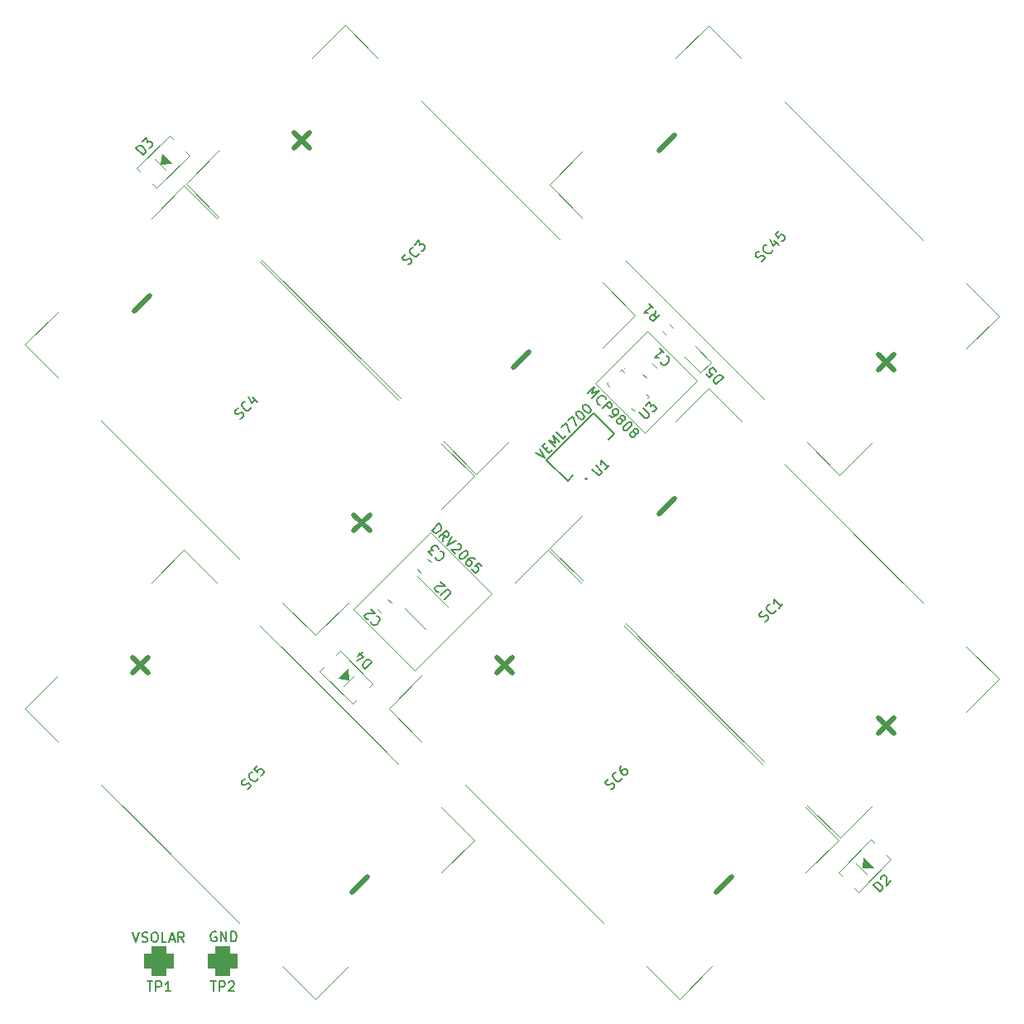
<source format=gbr>
%TF.GenerationSoftware,KiCad,Pcbnew,(6.0.9)*%
%TF.CreationDate,2023-03-27T23:12:45-07:00*%
%TF.ProjectId,solar-panel-side-Z,736f6c61-722d-4706-916e-656c2d736964,3.1*%
%TF.SameCoordinates,Original*%
%TF.FileFunction,Legend,Top*%
%TF.FilePolarity,Positive*%
%FSLAX46Y46*%
G04 Gerber Fmt 4.6, Leading zero omitted, Abs format (unit mm)*
G04 Created by KiCad (PCBNEW (6.0.9)) date 2023-03-27 23:12:45*
%MOMM*%
%LPD*%
G01*
G04 APERTURE LIST*
G04 Aperture macros list*
%AMRoundRect*
0 Rectangle with rounded corners*
0 $1 Rounding radius*
0 $2 $3 $4 $5 $6 $7 $8 $9 X,Y pos of 4 corners*
0 Add a 4 corners polygon primitive as box body*
4,1,4,$2,$3,$4,$5,$6,$7,$8,$9,$2,$3,0*
0 Add four circle primitives for the rounded corners*
1,1,$1+$1,$2,$3*
1,1,$1+$1,$4,$5*
1,1,$1+$1,$6,$7*
1,1,$1+$1,$8,$9*
0 Add four rect primitives between the rounded corners*
20,1,$1+$1,$2,$3,$4,$5,0*
20,1,$1+$1,$4,$5,$6,$7,0*
20,1,$1+$1,$6,$7,$8,$9,0*
20,1,$1+$1,$8,$9,$2,$3,0*%
%AMRotRect*
0 Rectangle, with rotation*
0 The origin of the aperture is its center*
0 $1 length*
0 $2 width*
0 $3 Rotation angle, in degrees counterclockwise*
0 Add horizontal line*
21,1,$1,$2,0,0,$3*%
G04 Aperture macros list end*
%ADD10C,0.120000*%
%ADD11C,0.150000*%
%ADD12C,0.500000*%
%ADD13C,0.100000*%
%ADD14C,0.127000*%
%ADD15C,0.200000*%
%ADD16C,5.250000*%
%ADD17RotRect,2.500000X1.700000X45.000000*%
%ADD18RoundRect,0.750000X0.750000X-0.750000X0.750000X0.750000X-0.750000X0.750000X-0.750000X-0.750000X0*%
%ADD19RoundRect,0.218750X0.335876X0.026517X0.026517X0.335876X-0.335876X-0.026517X-0.026517X-0.335876X0*%
%ADD20RoundRect,0.250000X0.512652X0.159099X0.159099X0.512652X-0.512652X-0.159099X-0.159099X-0.512652X0*%
%ADD21RotRect,0.300000X0.750000X225.000000*%
%ADD22RotRect,0.300000X0.750000X45.000000*%
%ADD23RotRect,1.450000X1.750000X225.000000*%
%ADD24RotRect,13.000000X3.000000X45.000000*%
%ADD25RoundRect,0.200000X-0.335876X-0.053033X-0.053033X-0.335876X0.335876X0.053033X0.053033X0.335876X0*%
%ADD26RoundRect,0.075000X-0.512652X0.406586X0.406586X-0.512652X0.512652X-0.406586X-0.406586X0.512652X0*%
%ADD27RotRect,2.500000X1.700000X135.000000*%
%ADD28RotRect,1.600000X0.700000X135.000000*%
%ADD29RotRect,13.000000X3.000000X225.000000*%
%ADD30C,1.800000*%
%ADD31RotRect,3.000000X3.000000X45.000000*%
%ADD32C,3.000000*%
G04 APERTURE END LIST*
D10*
X168422537Y-71580815D02*
X163126307Y-76877045D01*
X158028067Y-71778805D01*
X163324297Y-66482575D01*
X168422537Y-71580815D01*
X147417170Y-93332830D02*
X139540000Y-101210000D01*
X133271481Y-94941481D01*
X141148650Y-87064311D01*
X147417170Y-93332830D01*
D11*
X119248095Y-127950000D02*
X119152857Y-127902380D01*
X119010000Y-127902380D01*
X118867142Y-127950000D01*
X118771904Y-128045238D01*
X118724285Y-128140476D01*
X118676666Y-128330952D01*
X118676666Y-128473809D01*
X118724285Y-128664285D01*
X118771904Y-128759523D01*
X118867142Y-128854761D01*
X119010000Y-128902380D01*
X119105238Y-128902380D01*
X119248095Y-128854761D01*
X119295714Y-128807142D01*
X119295714Y-128473809D01*
X119105238Y-128473809D01*
X119724285Y-128902380D02*
X119724285Y-127902380D01*
X120295714Y-128902380D01*
X120295714Y-127902380D01*
X120771904Y-128902380D02*
X120771904Y-127902380D01*
X121010000Y-127902380D01*
X121152857Y-127950000D01*
X121248095Y-128045238D01*
X121295714Y-128140476D01*
X121343333Y-128330952D01*
X121343333Y-128473809D01*
X121295714Y-128664285D01*
X121248095Y-128759523D01*
X121152857Y-128854761D01*
X121010000Y-128902380D01*
X120771904Y-128902380D01*
X151890049Y-78965499D02*
X152832859Y-79436904D01*
X152361454Y-78494095D01*
X152933874Y-78595110D02*
X153169576Y-78359408D01*
X153640981Y-78628782D02*
X153304263Y-78965499D01*
X152597156Y-78258392D01*
X152933874Y-77921675D01*
X153944026Y-78325736D02*
X153236920Y-77618629D01*
X153977698Y-77888003D01*
X153708324Y-77147225D01*
X154415431Y-77854331D01*
X155088866Y-77180896D02*
X154752148Y-77517614D01*
X154045042Y-76810507D01*
X154550118Y-76305431D02*
X155021522Y-75834026D01*
X155425583Y-76844179D01*
X155223553Y-75631996D02*
X155694957Y-75160591D01*
X156099018Y-76170744D01*
X156099018Y-74756530D02*
X156166362Y-74689187D01*
X156267377Y-74655515D01*
X156334721Y-74655515D01*
X156435736Y-74689187D01*
X156604095Y-74790202D01*
X156772453Y-74958561D01*
X156873469Y-75126920D01*
X156907140Y-75227935D01*
X156907140Y-75295278D01*
X156873469Y-75396294D01*
X156806125Y-75463637D01*
X156705110Y-75497309D01*
X156637766Y-75497309D01*
X156536751Y-75463637D01*
X156368392Y-75362622D01*
X156200034Y-75194263D01*
X156099018Y-75025904D01*
X156065347Y-74924889D01*
X156065347Y-74857546D01*
X156099018Y-74756530D01*
X156772453Y-74083095D02*
X156839797Y-74015752D01*
X156940812Y-73982080D01*
X157008156Y-73982080D01*
X157109171Y-74015752D01*
X157277530Y-74116767D01*
X157445888Y-74285126D01*
X157546904Y-74453485D01*
X157580575Y-74554500D01*
X157580575Y-74621843D01*
X157546904Y-74722859D01*
X157479560Y-74790202D01*
X157378545Y-74823874D01*
X157311201Y-74823874D01*
X157210186Y-74790202D01*
X157041827Y-74689187D01*
X156873469Y-74520828D01*
X156772453Y-74352469D01*
X156738782Y-74251454D01*
X156738782Y-74184111D01*
X156772453Y-74083095D01*
X157230439Y-72830202D02*
X157937546Y-72123095D01*
X157668172Y-72863874D01*
X158408950Y-72594500D01*
X157701843Y-73301607D01*
X158509965Y-73975042D02*
X158442622Y-73975042D01*
X158307935Y-73907698D01*
X158240591Y-73840355D01*
X158173248Y-73705668D01*
X158173248Y-73570981D01*
X158206920Y-73469965D01*
X158307935Y-73301607D01*
X158408950Y-73200591D01*
X158577309Y-73099576D01*
X158678324Y-73065904D01*
X158813011Y-73065904D01*
X158947698Y-73133248D01*
X159015042Y-73200591D01*
X159082385Y-73335278D01*
X159082385Y-73402622D01*
X158745668Y-74345431D02*
X159452774Y-73638324D01*
X159722148Y-73907698D01*
X159755820Y-74008713D01*
X159755820Y-74076057D01*
X159722148Y-74177072D01*
X159621133Y-74278087D01*
X159520118Y-74311759D01*
X159452774Y-74311759D01*
X159351759Y-74278087D01*
X159082385Y-74008713D01*
X159486446Y-75086209D02*
X159621133Y-75220896D01*
X159722148Y-75254568D01*
X159789492Y-75254568D01*
X159957851Y-75220896D01*
X160126209Y-75119881D01*
X160395583Y-74850507D01*
X160429255Y-74749492D01*
X160429255Y-74682148D01*
X160395583Y-74581133D01*
X160260896Y-74446446D01*
X160159881Y-74412774D01*
X160092538Y-74412774D01*
X159991522Y-74446446D01*
X159823164Y-74614805D01*
X159789492Y-74715820D01*
X159789492Y-74783164D01*
X159823164Y-74884179D01*
X159957851Y-75018866D01*
X160058866Y-75052538D01*
X160126209Y-75052538D01*
X160227225Y-75018866D01*
X160631286Y-75422927D02*
X160597614Y-75321912D01*
X160597614Y-75254568D01*
X160631286Y-75153553D01*
X160664957Y-75119881D01*
X160765973Y-75086209D01*
X160833316Y-75086209D01*
X160934331Y-75119881D01*
X161069018Y-75254568D01*
X161102690Y-75355583D01*
X161102690Y-75422927D01*
X161069018Y-75523942D01*
X161035347Y-75557614D01*
X160934331Y-75591286D01*
X160866988Y-75591286D01*
X160765973Y-75557614D01*
X160631286Y-75422927D01*
X160530270Y-75389255D01*
X160462927Y-75389255D01*
X160361912Y-75422927D01*
X160227225Y-75557614D01*
X160193553Y-75658629D01*
X160193553Y-75725973D01*
X160227225Y-75826988D01*
X160361912Y-75961675D01*
X160462927Y-75995347D01*
X160530270Y-75995347D01*
X160631286Y-75961675D01*
X160765973Y-75826988D01*
X160799644Y-75725973D01*
X160799644Y-75658629D01*
X160765973Y-75557614D01*
X161641438Y-75826988D02*
X161708782Y-75894331D01*
X161742453Y-75995347D01*
X161742453Y-76062690D01*
X161708782Y-76163705D01*
X161607766Y-76332064D01*
X161439408Y-76500423D01*
X161271049Y-76601438D01*
X161170034Y-76635110D01*
X161102690Y-76635110D01*
X161001675Y-76601438D01*
X160934331Y-76534095D01*
X160900660Y-76433079D01*
X160900660Y-76365736D01*
X160934331Y-76264721D01*
X161035347Y-76096362D01*
X161203705Y-75928003D01*
X161372064Y-75826988D01*
X161473079Y-75793316D01*
X161540423Y-75793316D01*
X161641438Y-75826988D01*
X161978156Y-76769797D02*
X161944484Y-76668782D01*
X161944484Y-76601438D01*
X161978156Y-76500423D01*
X162011827Y-76466751D01*
X162112843Y-76433079D01*
X162180186Y-76433079D01*
X162281201Y-76466751D01*
X162415888Y-76601438D01*
X162449560Y-76702453D01*
X162449560Y-76769797D01*
X162415888Y-76870812D01*
X162382217Y-76904484D01*
X162281201Y-76938156D01*
X162213858Y-76938156D01*
X162112843Y-76904484D01*
X161978156Y-76769797D01*
X161877140Y-76736125D01*
X161809797Y-76736125D01*
X161708782Y-76769797D01*
X161574095Y-76904484D01*
X161540423Y-77005499D01*
X161540423Y-77072843D01*
X161574095Y-77173858D01*
X161708782Y-77308545D01*
X161809797Y-77342217D01*
X161877140Y-77342217D01*
X161978156Y-77308545D01*
X162112843Y-77173858D01*
X162146514Y-77072843D01*
X162146514Y-77005499D01*
X162112843Y-76904484D01*
X141341454Y-86861217D02*
X142048561Y-86154111D01*
X142216920Y-86322469D01*
X142284263Y-86457156D01*
X142284263Y-86591843D01*
X142250591Y-86692859D01*
X142149576Y-86861217D01*
X142048561Y-86962233D01*
X141880202Y-87063248D01*
X141779187Y-87096920D01*
X141644500Y-87096920D01*
X141509813Y-87029576D01*
X141341454Y-86861217D01*
X142452622Y-87972385D02*
X142553637Y-87399965D01*
X142048561Y-87568324D02*
X142755668Y-86861217D01*
X143025042Y-87130591D01*
X143058713Y-87231607D01*
X143058713Y-87298950D01*
X143025042Y-87399965D01*
X142924026Y-87500981D01*
X142823011Y-87534652D01*
X142755668Y-87534652D01*
X142654652Y-87500981D01*
X142385278Y-87231607D01*
X143361759Y-87467309D02*
X142890355Y-88410118D01*
X143833164Y-87938713D01*
X143967851Y-88208087D02*
X144035194Y-88208087D01*
X144136209Y-88241759D01*
X144304568Y-88410118D01*
X144338240Y-88511133D01*
X144338240Y-88578477D01*
X144304568Y-88679492D01*
X144237225Y-88746835D01*
X144102538Y-88814179D01*
X143294416Y-88814179D01*
X143732148Y-89251912D01*
X144876988Y-88982538D02*
X144944331Y-89049881D01*
X144978003Y-89150896D01*
X144978003Y-89218240D01*
X144944331Y-89319255D01*
X144843316Y-89487614D01*
X144674957Y-89655973D01*
X144506599Y-89756988D01*
X144405583Y-89790660D01*
X144338240Y-89790660D01*
X144237225Y-89756988D01*
X144169881Y-89689644D01*
X144136209Y-89588629D01*
X144136209Y-89521286D01*
X144169881Y-89420270D01*
X144270896Y-89251912D01*
X144439255Y-89083553D01*
X144607614Y-88982538D01*
X144708629Y-88948866D01*
X144775973Y-88948866D01*
X144876988Y-88982538D01*
X145718782Y-89824331D02*
X145584095Y-89689644D01*
X145483079Y-89655973D01*
X145415736Y-89655973D01*
X145247377Y-89689644D01*
X145079018Y-89790660D01*
X144809644Y-90060034D01*
X144775973Y-90161049D01*
X144775973Y-90228392D01*
X144809644Y-90329408D01*
X144944331Y-90464095D01*
X145045347Y-90497766D01*
X145112690Y-90497766D01*
X145213705Y-90464095D01*
X145382064Y-90295736D01*
X145415736Y-90194721D01*
X145415736Y-90127377D01*
X145382064Y-90026362D01*
X145247377Y-89891675D01*
X145146362Y-89858003D01*
X145079018Y-89858003D01*
X144978003Y-89891675D01*
X146425888Y-90531438D02*
X146089171Y-90194721D01*
X145718782Y-90497766D01*
X145786125Y-90497766D01*
X145887140Y-90531438D01*
X146055499Y-90699797D01*
X146089171Y-90800812D01*
X146089171Y-90868156D01*
X146055499Y-90969171D01*
X145887140Y-91137530D01*
X145786125Y-91171201D01*
X145718782Y-91171201D01*
X145617766Y-91137530D01*
X145449408Y-90969171D01*
X145415736Y-90868156D01*
X145415736Y-90800812D01*
X110723333Y-127952380D02*
X111056666Y-128952380D01*
X111390000Y-127952380D01*
X111675714Y-128904761D02*
X111818571Y-128952380D01*
X112056666Y-128952380D01*
X112151904Y-128904761D01*
X112199523Y-128857142D01*
X112247142Y-128761904D01*
X112247142Y-128666666D01*
X112199523Y-128571428D01*
X112151904Y-128523809D01*
X112056666Y-128476190D01*
X111866190Y-128428571D01*
X111770952Y-128380952D01*
X111723333Y-128333333D01*
X111675714Y-128238095D01*
X111675714Y-128142857D01*
X111723333Y-128047619D01*
X111770952Y-128000000D01*
X111866190Y-127952380D01*
X112104285Y-127952380D01*
X112247142Y-128000000D01*
X112866190Y-127952380D02*
X113056666Y-127952380D01*
X113151904Y-128000000D01*
X113247142Y-128095238D01*
X113294761Y-128285714D01*
X113294761Y-128619047D01*
X113247142Y-128809523D01*
X113151904Y-128904761D01*
X113056666Y-128952380D01*
X112866190Y-128952380D01*
X112770952Y-128904761D01*
X112675714Y-128809523D01*
X112628095Y-128619047D01*
X112628095Y-128285714D01*
X112675714Y-128095238D01*
X112770952Y-128000000D01*
X112866190Y-127952380D01*
X114199523Y-128952380D02*
X113723333Y-128952380D01*
X113723333Y-127952380D01*
X114485238Y-128666666D02*
X114961428Y-128666666D01*
X114390000Y-128952380D02*
X114723333Y-127952380D01*
X115056666Y-128952380D01*
X115961428Y-128952380D02*
X115628095Y-128476190D01*
X115390000Y-128952380D02*
X115390000Y-127952380D01*
X115770952Y-127952380D01*
X115866190Y-128000000D01*
X115913809Y-128047619D01*
X115961428Y-128142857D01*
X115961428Y-128285714D01*
X115913809Y-128380952D01*
X115866190Y-128428571D01*
X115770952Y-128476190D01*
X115390000Y-128476190D01*
%TO.C,J4*%
X110166666Y-84952380D02*
X110166666Y-85666666D01*
X110119047Y-85809523D01*
X110023809Y-85904761D01*
X109880952Y-85952380D01*
X109785714Y-85952380D01*
X111071428Y-85285714D02*
X111071428Y-85952380D01*
X110833333Y-84904761D02*
X110595238Y-85619047D01*
X111214285Y-85619047D01*
%TO.C,J5*%
X149036666Y-123482380D02*
X149036666Y-124196666D01*
X148989047Y-124339523D01*
X148893809Y-124434761D01*
X148750952Y-124482380D01*
X148655714Y-124482380D01*
X149989047Y-123482380D02*
X149512857Y-123482380D01*
X149465238Y-123958571D01*
X149512857Y-123910952D01*
X149608095Y-123863333D01*
X149846190Y-123863333D01*
X149941428Y-123910952D01*
X149989047Y-123958571D01*
X150036666Y-124053809D01*
X150036666Y-124291904D01*
X149989047Y-124387142D01*
X149941428Y-124434761D01*
X149846190Y-124482380D01*
X149608095Y-124482380D01*
X149512857Y-124434761D01*
X149465238Y-124387142D01*
%TO.C,J6*%
X149096666Y-45432380D02*
X149096666Y-46146666D01*
X149049047Y-46289523D01*
X148953809Y-46384761D01*
X148810952Y-46432380D01*
X148715714Y-46432380D01*
X150001428Y-45432380D02*
X149810952Y-45432380D01*
X149715714Y-45480000D01*
X149668095Y-45527619D01*
X149572857Y-45670476D01*
X149525238Y-45860952D01*
X149525238Y-46241904D01*
X149572857Y-46337142D01*
X149620476Y-46384761D01*
X149715714Y-46432380D01*
X149906190Y-46432380D01*
X150001428Y-46384761D01*
X150049047Y-46337142D01*
X150096666Y-46241904D01*
X150096666Y-46003809D01*
X150049047Y-45908571D01*
X150001428Y-45860952D01*
X149906190Y-45813333D01*
X149715714Y-45813333D01*
X149620476Y-45860952D01*
X149572857Y-45908571D01*
X149525238Y-46003809D01*
%TO.C,J7*%
X188166666Y-84952380D02*
X188166666Y-85666666D01*
X188119047Y-85809523D01*
X188023809Y-85904761D01*
X187880952Y-85952380D01*
X187785714Y-85952380D01*
X188547619Y-84952380D02*
X189214285Y-84952380D01*
X188785714Y-85952380D01*
%TO.C,D3*%
X111777969Y-48461793D02*
X111070862Y-47754687D01*
X111239221Y-47586328D01*
X111373908Y-47518984D01*
X111508595Y-47518984D01*
X111609610Y-47552656D01*
X111777969Y-47653671D01*
X111878984Y-47754687D01*
X111980000Y-47923045D01*
X112013671Y-48024061D01*
X112013671Y-48158748D01*
X111946328Y-48293435D01*
X111777969Y-48461793D01*
X111710625Y-47114923D02*
X112148358Y-46677190D01*
X112182030Y-47182267D01*
X112283045Y-47081251D01*
X112384061Y-47047580D01*
X112451404Y-47047580D01*
X112552419Y-47081251D01*
X112720778Y-47249610D01*
X112754450Y-47350625D01*
X112754450Y-47417969D01*
X112720778Y-47518984D01*
X112518748Y-47721015D01*
X112417732Y-47754687D01*
X112350389Y-47754687D01*
%TO.C,TP1*%
X112188095Y-132982380D02*
X112759523Y-132982380D01*
X112473809Y-133982380D02*
X112473809Y-132982380D01*
X113092857Y-133982380D02*
X113092857Y-132982380D01*
X113473809Y-132982380D01*
X113569047Y-133030000D01*
X113616666Y-133077619D01*
X113664285Y-133172857D01*
X113664285Y-133315714D01*
X113616666Y-133410952D01*
X113569047Y-133458571D01*
X113473809Y-133506190D01*
X113092857Y-133506190D01*
X114616666Y-133982380D02*
X114045238Y-133982380D01*
X114330952Y-133982380D02*
X114330952Y-132982380D01*
X114235714Y-133125238D01*
X114140476Y-133220476D01*
X114045238Y-133268095D01*
%TO.C,D5*%
X171101309Y-71216694D02*
X170394203Y-71923801D01*
X170225844Y-71755442D01*
X170158500Y-71620755D01*
X170158500Y-71486068D01*
X170192172Y-71385053D01*
X170293187Y-71216694D01*
X170394203Y-71115679D01*
X170562561Y-71014663D01*
X170663577Y-70980992D01*
X170798264Y-70980992D01*
X170932951Y-71048335D01*
X171101309Y-71216694D01*
X169350378Y-70879976D02*
X169687096Y-71216694D01*
X170057485Y-70913648D01*
X169990141Y-70913648D01*
X169889126Y-70879976D01*
X169720767Y-70711618D01*
X169687096Y-70610602D01*
X169687096Y-70543259D01*
X169720767Y-70442244D01*
X169889126Y-70273885D01*
X169990141Y-70240213D01*
X170057485Y-70240213D01*
X170158500Y-70273885D01*
X170326859Y-70442244D01*
X170360531Y-70543259D01*
X170360531Y-70610602D01*
%TO.C,C3*%
X142229699Y-89012070D02*
X142297042Y-89012070D01*
X142431729Y-89079414D01*
X142499073Y-89146758D01*
X142566416Y-89281445D01*
X142566416Y-89416132D01*
X142532745Y-89517147D01*
X142431729Y-89685506D01*
X142330714Y-89786521D01*
X142162355Y-89887536D01*
X142061340Y-89921208D01*
X141926653Y-89921208D01*
X141791966Y-89853864D01*
X141724622Y-89786521D01*
X141657279Y-89651834D01*
X141657279Y-89584490D01*
X141354233Y-89416132D02*
X140916500Y-88978399D01*
X141421577Y-88944727D01*
X141320561Y-88843712D01*
X141286890Y-88742696D01*
X141286890Y-88675353D01*
X141320561Y-88574338D01*
X141488920Y-88405979D01*
X141589935Y-88372307D01*
X141657279Y-88372307D01*
X141758294Y-88405979D01*
X141960325Y-88608009D01*
X141993997Y-88709025D01*
X141993997Y-88776368D01*
%TO.C,U3*%
X162531638Y-74764519D02*
X163104058Y-75336939D01*
X163205073Y-75370611D01*
X163272417Y-75370611D01*
X163373432Y-75336939D01*
X163508119Y-75202252D01*
X163541791Y-75101237D01*
X163541791Y-75033893D01*
X163508119Y-74932878D01*
X162935699Y-74360458D01*
X163205073Y-74091084D02*
X163642806Y-73653352D01*
X163676478Y-74158428D01*
X163777493Y-74057413D01*
X163878508Y-74023741D01*
X163945852Y-74023741D01*
X164046867Y-74057413D01*
X164215226Y-74225771D01*
X164248898Y-74326787D01*
X164248898Y-74394130D01*
X164215226Y-74495145D01*
X164013195Y-74697176D01*
X163912180Y-74730848D01*
X163844837Y-74730848D01*
%TO.C,SC5*%
X122427461Y-113332064D02*
X122562148Y-113264720D01*
X122730507Y-113096362D01*
X122764178Y-112995346D01*
X122764178Y-112928003D01*
X122730507Y-112826988D01*
X122663163Y-112759644D01*
X122562148Y-112725972D01*
X122494804Y-112725972D01*
X122393789Y-112759644D01*
X122225430Y-112860659D01*
X122124415Y-112894331D01*
X122057072Y-112894331D01*
X121956056Y-112860659D01*
X121888713Y-112793316D01*
X121855041Y-112692301D01*
X121855041Y-112624957D01*
X121888713Y-112523942D01*
X122057072Y-112355583D01*
X122191759Y-112288240D01*
X123504957Y-112187224D02*
X123504957Y-112254568D01*
X123437614Y-112389255D01*
X123370270Y-112456598D01*
X123235583Y-112523942D01*
X123100896Y-112523942D01*
X122999881Y-112490270D01*
X122831522Y-112389255D01*
X122730507Y-112288240D01*
X122629491Y-112119881D01*
X122595820Y-112018865D01*
X122595820Y-111884178D01*
X122663163Y-111749491D01*
X122730507Y-111682148D01*
X122865194Y-111614804D01*
X122932537Y-111614804D01*
X123504957Y-110907698D02*
X123168240Y-111244415D01*
X123471285Y-111614804D01*
X123471285Y-111547461D01*
X123504957Y-111446446D01*
X123673316Y-111278087D01*
X123774331Y-111244415D01*
X123841675Y-111244415D01*
X123942690Y-111278087D01*
X124111049Y-111446446D01*
X124144720Y-111547461D01*
X124144720Y-111614804D01*
X124111049Y-111715820D01*
X123942690Y-111884178D01*
X123841675Y-111917850D01*
X123774331Y-111917850D01*
D12*
X110709692Y-101445936D02*
X112325936Y-99829692D01*
X112325936Y-101445936D02*
X110709692Y-99829692D01*
X133160332Y-123896576D02*
X134776576Y-122280332D01*
D11*
%TO.C,TP2*%
X118678095Y-132982380D02*
X119249523Y-132982380D01*
X118963809Y-133982380D02*
X118963809Y-132982380D01*
X119582857Y-133982380D02*
X119582857Y-132982380D01*
X119963809Y-132982380D01*
X120059047Y-133030000D01*
X120106666Y-133077619D01*
X120154285Y-133172857D01*
X120154285Y-133315714D01*
X120106666Y-133410952D01*
X120059047Y-133458571D01*
X119963809Y-133506190D01*
X119582857Y-133506190D01*
X120535238Y-133077619D02*
X120582857Y-133030000D01*
X120678095Y-132982380D01*
X120916190Y-132982380D01*
X121011428Y-133030000D01*
X121059047Y-133077619D01*
X121106666Y-133172857D01*
X121106666Y-133268095D01*
X121059047Y-133410952D01*
X120487619Y-133982380D01*
X121106666Y-133982380D01*
%TO.C,SC3*%
X138889597Y-59654200D02*
X139024284Y-59586856D01*
X139192643Y-59418498D01*
X139226314Y-59317482D01*
X139226314Y-59250139D01*
X139192643Y-59149124D01*
X139125299Y-59081780D01*
X139024284Y-59048108D01*
X138956940Y-59048108D01*
X138855925Y-59081780D01*
X138687566Y-59182795D01*
X138586551Y-59216467D01*
X138519208Y-59216467D01*
X138418192Y-59182795D01*
X138350849Y-59115452D01*
X138317177Y-59014437D01*
X138317177Y-58947093D01*
X138350849Y-58846078D01*
X138519208Y-58677719D01*
X138653895Y-58610376D01*
X139967093Y-58509360D02*
X139967093Y-58576704D01*
X139899750Y-58711391D01*
X139832406Y-58778734D01*
X139697719Y-58846078D01*
X139563032Y-58846078D01*
X139462017Y-58812406D01*
X139293658Y-58711391D01*
X139192643Y-58610376D01*
X139091627Y-58442017D01*
X139057956Y-58341001D01*
X139057956Y-58206314D01*
X139125299Y-58071627D01*
X139192643Y-58004284D01*
X139327330Y-57936940D01*
X139394673Y-57936940D01*
X139563032Y-57633895D02*
X140000765Y-57196162D01*
X140034437Y-57701238D01*
X140135452Y-57600223D01*
X140236467Y-57566551D01*
X140303811Y-57566551D01*
X140404826Y-57600223D01*
X140573185Y-57768582D01*
X140606856Y-57869597D01*
X140606856Y-57936940D01*
X140573185Y-58037956D01*
X140371154Y-58239986D01*
X140270139Y-58273658D01*
X140202795Y-58273658D01*
D12*
X149622468Y-70218712D02*
X151238712Y-68602468D01*
X127171828Y-47768072D02*
X128788072Y-46151828D01*
X128788072Y-47768072D02*
X127171828Y-46151828D01*
D11*
%TO.C,R1*%
X164213077Y-64377960D02*
X164112062Y-64950380D01*
X164617138Y-64782021D02*
X163910032Y-65489128D01*
X163640657Y-65219754D01*
X163606986Y-65118739D01*
X163606986Y-65051395D01*
X163640657Y-64950380D01*
X163741673Y-64849365D01*
X163842688Y-64815693D01*
X163910032Y-64815693D01*
X164011047Y-64849365D01*
X164280421Y-65118739D01*
X163539642Y-63704525D02*
X163943703Y-64108586D01*
X163741673Y-63906555D02*
X163034566Y-64613662D01*
X163202925Y-64579990D01*
X163337612Y-64579990D01*
X163438627Y-64613662D01*
%TO.C,C2*%
X135639464Y-95644732D02*
X135706807Y-95644732D01*
X135841494Y-95712076D01*
X135908838Y-95779420D01*
X135976181Y-95914107D01*
X135976181Y-96048794D01*
X135942510Y-96149809D01*
X135841494Y-96318168D01*
X135740479Y-96419183D01*
X135572120Y-96520198D01*
X135471105Y-96553870D01*
X135336418Y-96553870D01*
X135201731Y-96486526D01*
X135134387Y-96419183D01*
X135067044Y-96284496D01*
X135067044Y-96217152D01*
X134797670Y-95947778D02*
X134730326Y-95947778D01*
X134629311Y-95914107D01*
X134460952Y-95745748D01*
X134427281Y-95644732D01*
X134427281Y-95577389D01*
X134460952Y-95476374D01*
X134528296Y-95409030D01*
X134662983Y-95341687D01*
X135471105Y-95341687D01*
X135033372Y-94903954D01*
%TO.C,U2*%
X142626016Y-93926463D02*
X143198436Y-93354043D01*
X143232108Y-93253028D01*
X143232108Y-93185684D01*
X143198436Y-93084669D01*
X143063749Y-92949982D01*
X142962734Y-92916310D01*
X142895390Y-92916310D01*
X142794375Y-92949982D01*
X142221955Y-93522402D01*
X141986253Y-93152012D02*
X141918910Y-93152012D01*
X141817894Y-93118341D01*
X141649536Y-92949982D01*
X141615864Y-92848967D01*
X141615864Y-92781623D01*
X141649536Y-92680608D01*
X141716879Y-92613264D01*
X141851566Y-92545921D01*
X142659688Y-92545921D01*
X142221955Y-92108188D01*
%TO.C,D4*%
X135202058Y-100310193D02*
X134494952Y-101017300D01*
X134326593Y-100848941D01*
X134259249Y-100714254D01*
X134259249Y-100579567D01*
X134292921Y-100478552D01*
X134393936Y-100310193D01*
X134494952Y-100209178D01*
X134663310Y-100108163D01*
X134764326Y-100074491D01*
X134899013Y-100074491D01*
X135033700Y-100141834D01*
X135202058Y-100310193D01*
X133720501Y-99771445D02*
X134191906Y-99300040D01*
X133619486Y-100209178D02*
X134292921Y-99872460D01*
X133855188Y-99434727D01*
%TO.C,C1*%
X165260928Y-69038428D02*
X165328271Y-69038428D01*
X165462958Y-69105772D01*
X165530302Y-69173116D01*
X165597645Y-69307803D01*
X165597645Y-69442490D01*
X165563974Y-69543505D01*
X165462958Y-69711864D01*
X165361943Y-69812879D01*
X165193584Y-69913894D01*
X165092569Y-69947566D01*
X164957882Y-69947566D01*
X164823195Y-69880222D01*
X164755851Y-69812879D01*
X164688508Y-69678192D01*
X164688508Y-69610848D01*
X164654836Y-68297650D02*
X165058897Y-68701711D01*
X164856867Y-68499680D02*
X164149760Y-69206787D01*
X164318119Y-69173116D01*
X164452806Y-69173115D01*
X164553821Y-69206787D01*
%TO.C,U1*%
X157664026Y-80581522D02*
X158236446Y-81153942D01*
X158337461Y-81187614D01*
X158404805Y-81187614D01*
X158505820Y-81153942D01*
X158640507Y-81019255D01*
X158674179Y-80918240D01*
X158674179Y-80850896D01*
X158640507Y-80749881D01*
X158068087Y-80177461D01*
X159482301Y-80177461D02*
X159078240Y-80581522D01*
X159280270Y-80379492D02*
X158573164Y-79672385D01*
X158606835Y-79840744D01*
X158606835Y-79975431D01*
X158573164Y-80076446D01*
%TO.C,SC4*%
X121722491Y-75417094D02*
X121857178Y-75349750D01*
X122025537Y-75181392D01*
X122059208Y-75080376D01*
X122059208Y-75013033D01*
X122025537Y-74912018D01*
X121958193Y-74844674D01*
X121857178Y-74811002D01*
X121789834Y-74811002D01*
X121688819Y-74844674D01*
X121520460Y-74945689D01*
X121419445Y-74979361D01*
X121352102Y-74979361D01*
X121251086Y-74945689D01*
X121183743Y-74878346D01*
X121150071Y-74777331D01*
X121150071Y-74709987D01*
X121183743Y-74608972D01*
X121352102Y-74440613D01*
X121486789Y-74373270D01*
X122799987Y-74272254D02*
X122799987Y-74339598D01*
X122732644Y-74474285D01*
X122665300Y-74541628D01*
X122530613Y-74608972D01*
X122395926Y-74608972D01*
X122294911Y-74575300D01*
X122126552Y-74474285D01*
X122025537Y-74373270D01*
X121924521Y-74204911D01*
X121890850Y-74103895D01*
X121890850Y-73969208D01*
X121958193Y-73834521D01*
X122025537Y-73767178D01*
X122160224Y-73699834D01*
X122227567Y-73699834D01*
X123002018Y-73262102D02*
X123473422Y-73733506D01*
X122564285Y-73161086D02*
X122901002Y-73834521D01*
X123338735Y-73396789D01*
D12*
X133339244Y-86865488D02*
X134955488Y-85249244D01*
X134955488Y-86865488D02*
X133339244Y-85249244D01*
X110888604Y-64414848D02*
X112504848Y-62798604D01*
D11*
%TO.C,SC6*%
X159645325Y-113339928D02*
X159780012Y-113272584D01*
X159948371Y-113104226D01*
X159982042Y-113003210D01*
X159982042Y-112935867D01*
X159948371Y-112834852D01*
X159881027Y-112767508D01*
X159780012Y-112733836D01*
X159712668Y-112733836D01*
X159611653Y-112767508D01*
X159443294Y-112868523D01*
X159342279Y-112902195D01*
X159274936Y-112902195D01*
X159173920Y-112868523D01*
X159106577Y-112801180D01*
X159072905Y-112700165D01*
X159072905Y-112632821D01*
X159106577Y-112531806D01*
X159274936Y-112363447D01*
X159409623Y-112296104D01*
X160722821Y-112195088D02*
X160722821Y-112262432D01*
X160655478Y-112397119D01*
X160588134Y-112464462D01*
X160453447Y-112531806D01*
X160318760Y-112531806D01*
X160217745Y-112498134D01*
X160049386Y-112397119D01*
X159948371Y-112296104D01*
X159847355Y-112127745D01*
X159813684Y-112026729D01*
X159813684Y-111892042D01*
X159881027Y-111757355D01*
X159948371Y-111690012D01*
X160083058Y-111622668D01*
X160150401Y-111622668D01*
X160689149Y-110949233D02*
X160554462Y-111083920D01*
X160520791Y-111184936D01*
X160520791Y-111252279D01*
X160554462Y-111420638D01*
X160655478Y-111588997D01*
X160924852Y-111858371D01*
X161025867Y-111892042D01*
X161093210Y-111892042D01*
X161194226Y-111858371D01*
X161328913Y-111723684D01*
X161362584Y-111622668D01*
X161362584Y-111555325D01*
X161328913Y-111454310D01*
X161160554Y-111285951D01*
X161059539Y-111252279D01*
X160992195Y-111252279D01*
X160891180Y-111285951D01*
X160756493Y-111420638D01*
X160722821Y-111521653D01*
X160722821Y-111588997D01*
X160756493Y-111690012D01*
D12*
X147927556Y-101453800D02*
X149543800Y-99837556D01*
X149543800Y-101453800D02*
X147927556Y-99837556D01*
X170378196Y-123904440D02*
X171994440Y-122288196D01*
D11*
%TO.C,SC45*%
X175023637Y-59361675D02*
X175158324Y-59294332D01*
X175326683Y-59125973D01*
X175360355Y-59024958D01*
X175360355Y-58957614D01*
X175326683Y-58856599D01*
X175259340Y-58789256D01*
X175158324Y-58755584D01*
X175090981Y-58755584D01*
X174989966Y-58789256D01*
X174821607Y-58890271D01*
X174720592Y-58923943D01*
X174653248Y-58923943D01*
X174552233Y-58890271D01*
X174484889Y-58822927D01*
X174451218Y-58721912D01*
X174451218Y-58654569D01*
X174484889Y-58553553D01*
X174653248Y-58385195D01*
X174787935Y-58317851D01*
X176101134Y-58216836D02*
X176101134Y-58284179D01*
X176033790Y-58418866D01*
X175966447Y-58486210D01*
X175831759Y-58553553D01*
X175697072Y-58553553D01*
X175596057Y-58519882D01*
X175427698Y-58418866D01*
X175326683Y-58317851D01*
X175225668Y-58149492D01*
X175191996Y-58048477D01*
X175191996Y-57913790D01*
X175259340Y-57779103D01*
X175326683Y-57711759D01*
X175461370Y-57644416D01*
X175528714Y-57644416D01*
X176303164Y-57206683D02*
X176774569Y-57678088D01*
X175865431Y-57105668D02*
X176202149Y-57779103D01*
X176639882Y-57341370D01*
X176774569Y-56263874D02*
X176437851Y-56600592D01*
X176740897Y-56970981D01*
X176740897Y-56903637D01*
X176774569Y-56802622D01*
X176942927Y-56634263D01*
X177043943Y-56600592D01*
X177111286Y-56600592D01*
X177212301Y-56634263D01*
X177380660Y-56802622D01*
X177414332Y-56903637D01*
X177414332Y-56970981D01*
X177380660Y-57071996D01*
X177212301Y-57240355D01*
X177111286Y-57274027D01*
X177043943Y-57274027D01*
D12*
X186977108Y-70473352D02*
X188593352Y-68857108D01*
X188593352Y-70473352D02*
X186977108Y-68857108D01*
X164526468Y-48022712D02*
X166142712Y-46406468D01*
D11*
%TO.C,D2*%
X187169806Y-123812058D02*
X186462699Y-123104952D01*
X186631058Y-122936593D01*
X186765745Y-122869249D01*
X186900432Y-122869249D01*
X187001447Y-122902921D01*
X187169806Y-123003936D01*
X187270821Y-123104952D01*
X187371837Y-123273310D01*
X187405508Y-123374326D01*
X187405508Y-123509013D01*
X187338165Y-123643700D01*
X187169806Y-123812058D01*
X187203478Y-122498860D02*
X187203478Y-122431516D01*
X187237149Y-122330501D01*
X187405508Y-122162142D01*
X187506524Y-122128471D01*
X187573867Y-122128471D01*
X187674882Y-122162142D01*
X187742226Y-122229486D01*
X187809569Y-122364173D01*
X187809569Y-123172295D01*
X188247302Y-122734562D01*
%TO.C,SC1*%
X175378219Y-96162822D02*
X175512906Y-96095478D01*
X175681265Y-95927120D01*
X175714936Y-95826104D01*
X175714936Y-95758761D01*
X175681265Y-95657746D01*
X175613921Y-95590402D01*
X175512906Y-95556730D01*
X175445562Y-95556730D01*
X175344547Y-95590402D01*
X175176188Y-95691417D01*
X175075173Y-95725089D01*
X175007830Y-95725089D01*
X174906814Y-95691417D01*
X174839471Y-95624074D01*
X174805799Y-95523059D01*
X174805799Y-95455715D01*
X174839471Y-95354700D01*
X175007830Y-95186341D01*
X175142517Y-95118998D01*
X176455715Y-95017982D02*
X176455715Y-95085326D01*
X176388372Y-95220013D01*
X176321028Y-95287356D01*
X176186341Y-95354700D01*
X176051654Y-95354700D01*
X175950639Y-95321028D01*
X175782280Y-95220013D01*
X175681265Y-95118998D01*
X175580249Y-94950639D01*
X175546578Y-94849623D01*
X175546578Y-94714936D01*
X175613921Y-94580249D01*
X175681265Y-94512906D01*
X175815952Y-94445562D01*
X175883295Y-94445562D01*
X177196494Y-94411891D02*
X176792433Y-94815952D01*
X176994463Y-94613921D02*
X176287356Y-93906814D01*
X176321028Y-94075173D01*
X176321028Y-94209860D01*
X176287356Y-94310875D01*
D12*
X164544332Y-85160576D02*
X166160576Y-83544332D01*
X186994972Y-107611216D02*
X188611216Y-105994972D01*
X188611216Y-107611216D02*
X186994972Y-105994972D01*
D10*
%TO.C,D3*%
X111131103Y-49818288D02*
X114489860Y-46459531D01*
X113181712Y-51868897D02*
X111131103Y-49818288D01*
X112955721Y-48894806D02*
X114051312Y-49990398D01*
X116540469Y-48510140D02*
X114489860Y-46459531D01*
X113181712Y-51868897D02*
X116540469Y-48510140D01*
G36*
X114697891Y-49307898D02*
G01*
X113602299Y-49361780D01*
X113745983Y-48355991D01*
X114697891Y-49307898D01*
G37*
D13*
X114697891Y-49307898D02*
X113602299Y-49361780D01*
X113745983Y-48355991D01*
X114697891Y-49307898D01*
D10*
%TO.C,D5*%
X168813483Y-70692930D02*
X169852930Y-69653483D01*
X167197744Y-69077191D02*
X168813483Y-70692930D01*
X169852930Y-69653483D02*
X168237191Y-68037744D01*
%TO.C,C3*%
X141234406Y-90141129D02*
X140864939Y-89771662D01*
X140194959Y-91180576D02*
X139825492Y-90811109D01*
%TO.C,U3*%
X160935736Y-70610812D02*
X160723604Y-70398680D01*
X161784264Y-74429188D02*
X161996396Y-74641320D01*
X161996396Y-74641320D02*
X161784264Y-74429188D01*
X161996396Y-74641320D02*
X162173173Y-74464544D01*
X163304544Y-72979619D02*
X163233833Y-72908909D01*
X160723604Y-70398680D02*
X160546827Y-70575456D01*
X163516676Y-73191751D02*
X163304544Y-72979619D01*
X159203324Y-71848249D02*
X159380101Y-71671472D01*
X160723604Y-70398680D02*
X160935736Y-70610812D01*
X161784264Y-74429188D02*
X161713553Y-74358478D01*
X163516676Y-73191751D02*
X163339899Y-73368528D01*
X159203324Y-71848249D02*
X159415456Y-72060381D01*
X163304544Y-72979619D02*
X163516676Y-73191751D01*
X159415456Y-72060381D02*
X159486167Y-72131091D01*
X159415456Y-72060381D02*
X159203324Y-71848249D01*
X160935736Y-70610812D02*
X161006447Y-70681522D01*
X161091802Y-70292614D02*
G75*
G03*
X161091802Y-70292614I-50000J0D01*
G01*
%TO.C,SC5*%
X114548272Y-119931728D02*
X107477204Y-112860660D01*
X107477204Y-112860660D02*
X121619340Y-127002796D01*
X103057787Y-101723728D02*
X99699030Y-105082486D01*
X129397514Y-134780970D02*
X126038757Y-131422213D01*
X99699030Y-105082486D02*
X103057787Y-101723728D01*
X112603728Y-92177787D02*
X115962486Y-88819030D01*
X130811728Y-103668272D02*
X123740660Y-96597204D01*
X99699030Y-105082486D02*
X103057787Y-108441243D01*
X145660970Y-118517514D02*
X142302213Y-115158757D01*
X129397514Y-134780970D02*
X132756272Y-131422213D01*
X136645359Y-109501903D02*
X130811728Y-103668272D01*
X130811728Y-103668272D02*
X137882796Y-110739340D01*
X123740660Y-96597204D02*
X136645359Y-109501903D01*
X142302213Y-121876272D02*
X145660970Y-118517514D01*
X115962486Y-88819030D02*
X119321243Y-92177787D01*
%TO.C,SC3*%
X116161166Y-51404622D02*
X119519923Y-48045864D01*
X147273864Y-49990408D02*
X140202796Y-42919340D01*
X131010408Y-66253864D02*
X123939340Y-59182796D01*
X116161166Y-51404622D02*
X119519923Y-54763379D01*
X158764349Y-68198408D02*
X162123106Y-64839650D01*
X129065864Y-38499923D02*
X132424622Y-35141166D01*
X119519923Y-48045864D02*
X116161166Y-51404622D01*
X153107495Y-55824039D02*
X147273864Y-49990408D01*
X123939340Y-59182796D02*
X138081476Y-73324932D01*
X145859650Y-81103106D02*
X142500893Y-77744349D01*
X147273864Y-49990408D02*
X154344932Y-57061476D01*
X132424622Y-35141166D02*
X135783379Y-38499923D01*
X145859650Y-81103106D02*
X149218408Y-77744349D01*
X140202796Y-42919340D02*
X153107495Y-55824039D01*
X162123106Y-64839650D02*
X158764349Y-61480893D01*
%TO.C,R1*%
X164882138Y-66517635D02*
X165217671Y-66853168D01*
X165621065Y-65778708D02*
X165956598Y-66114241D01*
%TO.C,C2*%
X137161471Y-94256491D02*
X136792004Y-93887024D01*
X136122024Y-95295938D02*
X135752557Y-94926471D01*
%TO.C,U2*%
X139603640Y-95871344D02*
X140664300Y-96932004D01*
X141880524Y-93594460D02*
X139812237Y-91526173D01*
X141880524Y-93594460D02*
X142941184Y-94655120D01*
X139603640Y-95871344D02*
X138542980Y-94810684D01*
%TO.C,D4*%
X132294806Y-102784279D02*
X133390398Y-101688688D01*
X135268897Y-102558288D02*
X131910140Y-99199531D01*
X135268897Y-102558288D02*
X133218288Y-104608897D01*
X133218288Y-104608897D02*
X129859531Y-101250140D01*
X131910140Y-99199531D02*
X129859531Y-101250140D01*
G36*
X132761780Y-102137701D02*
G01*
X131755991Y-101994017D01*
X132707898Y-101042109D01*
X132761780Y-102137701D01*
G37*
D13*
X132761780Y-102137701D02*
X131755991Y-101994017D01*
X132707898Y-101042109D01*
X132761780Y-102137701D01*
D10*
%TO.C,C1*%
X164272706Y-70188700D02*
X163903239Y-69819233D01*
X163233259Y-71228147D02*
X162863792Y-70858680D01*
D14*
%TO.C,U1*%
X155769860Y-81231460D02*
X155186497Y-81814823D01*
X155186497Y-81814823D02*
X153065177Y-79693503D01*
X157873503Y-74885177D02*
X159994823Y-77006497D01*
X153065177Y-79693503D02*
X157873503Y-74885177D01*
X159994823Y-77006497D02*
X159411460Y-77589860D01*
D15*
X157192150Y-81606227D02*
G75*
G03*
X157192150Y-81606227I-100000J0D01*
G01*
D10*
%TO.C,SC4*%
X115964622Y-51611166D02*
X112605864Y-54969923D01*
X114550408Y-82723864D02*
X121621476Y-89794932D01*
X103059923Y-64515864D02*
X99701166Y-67874622D01*
X137884932Y-73531476D02*
X123742796Y-59389340D01*
X145663106Y-81309650D02*
X142304349Y-77950893D01*
X99701166Y-67874622D02*
X103059923Y-71233379D01*
X142304349Y-84668408D02*
X145663106Y-81309650D01*
X129399650Y-97573106D02*
X126040893Y-94214349D01*
X114550408Y-82723864D02*
X107479340Y-75652796D01*
X121621476Y-89794932D02*
X108716777Y-76890233D01*
X130813864Y-66460408D02*
X137884932Y-73531476D01*
X115964622Y-51611166D02*
X119323379Y-54969923D01*
X132758408Y-94214349D02*
X129399650Y-97573106D01*
X145663106Y-81309650D02*
X142304349Y-84668408D01*
X108716777Y-76890233D02*
X114550408Y-82723864D01*
%TO.C,SC6*%
X173863223Y-109509767D02*
X168029592Y-103676136D01*
X160958524Y-96605068D02*
X173863223Y-109509767D01*
X166615378Y-134788834D02*
X169974136Y-131430077D01*
X153180350Y-88826894D02*
X156539107Y-92185651D01*
X166615378Y-134788834D02*
X163256621Y-131430077D01*
X168029592Y-103676136D02*
X175100660Y-110747204D01*
X144695068Y-112868524D02*
X158837204Y-127010660D01*
X151766136Y-119939592D02*
X144695068Y-112868524D01*
X149821592Y-92185651D02*
X153180350Y-88826894D01*
X168029592Y-103676136D02*
X160958524Y-96605068D01*
X140275651Y-101731592D02*
X136916894Y-105090350D01*
X136916894Y-105090350D02*
X140275651Y-108449107D01*
X136916894Y-105090350D02*
X140275651Y-101731592D01*
X179520077Y-121884136D02*
X182878834Y-118525378D01*
X182878834Y-118525378D02*
X179520077Y-115166621D01*
%TO.C,SC45*%
X168188272Y-66331728D02*
X161117204Y-59260660D01*
X199300970Y-64917514D02*
X195942213Y-68276272D01*
X162354641Y-60498097D02*
X168188272Y-66331728D01*
X153339030Y-51482486D02*
X156697787Y-54841243D01*
X175259340Y-73402796D02*
X162354641Y-60498097D01*
X183037514Y-81180970D02*
X179678757Y-77822213D01*
X169602486Y-35219030D02*
X166243728Y-38577787D01*
X186396272Y-77822213D02*
X183037514Y-81180970D01*
X184451728Y-50068272D02*
X191522796Y-57139340D01*
X195942213Y-68276272D02*
X199300970Y-64917514D01*
X168188272Y-66331728D02*
X175259340Y-73402796D01*
X169602486Y-35219030D02*
X172961243Y-38577787D01*
X191522796Y-57139340D02*
X177380660Y-42997204D01*
X199300970Y-64917514D02*
X195942213Y-61558757D01*
X156697787Y-48123728D02*
X153339030Y-51482486D01*
%TO.C,D2*%
X184695721Y-120904806D02*
X185791312Y-122000398D01*
X184921712Y-123878897D02*
X182871103Y-121828288D01*
X184921712Y-123878897D02*
X188280469Y-120520140D01*
X188280469Y-120520140D02*
X186229860Y-118469531D01*
X182871103Y-121828288D02*
X186229860Y-118469531D01*
G36*
X186437891Y-121317898D02*
G01*
X185342299Y-121371780D01*
X185485983Y-120365991D01*
X186437891Y-121317898D01*
G37*
D13*
X186437891Y-121317898D02*
X185342299Y-121371780D01*
X185485983Y-120365991D01*
X186437891Y-121317898D01*
D10*
%TO.C,SC1*%
X195960077Y-105414136D02*
X199318834Y-102055378D01*
X168206136Y-103469592D02*
X175277204Y-110540660D01*
X191540660Y-94277204D02*
X177398524Y-80135068D01*
X156715651Y-85261592D02*
X153356894Y-88620350D01*
X184469592Y-87206136D02*
X191540660Y-94277204D01*
X175277204Y-110540660D02*
X162372505Y-97635961D01*
X186414136Y-114960077D02*
X183055378Y-118318834D01*
X169620350Y-72356894D02*
X166261592Y-75715651D01*
X169620350Y-72356894D02*
X172979107Y-75715651D01*
X153356894Y-88620350D02*
X156715651Y-91979107D01*
X199318834Y-102055378D02*
X195960077Y-98696621D01*
X183055378Y-118318834D02*
X179696621Y-114960077D01*
X162372505Y-97635961D02*
X168206136Y-103469592D01*
X168206136Y-103469592D02*
X161135068Y-96398524D01*
X199318834Y-102055378D02*
X195960077Y-105414136D01*
%TD*%
%LPC*%
D16*
%TO.C,J4*%
X110500000Y-85000000D03*
%TD*%
%TO.C,J5*%
X149500000Y-124000000D03*
%TD*%
%TO.C,J6*%
X149500000Y-46000000D03*
%TD*%
%TO.C,J7*%
X188500000Y-85000000D03*
%TD*%
D17*
%TO.C,D3*%
X112421572Y-50578428D03*
X115250000Y-47750000D03*
%TD*%
D18*
%TO.C,TP1*%
X113410000Y-130950000D03*
%TD*%
D19*
%TO.C,D5*%
X168840000Y-69680000D03*
X167726306Y-68566306D03*
%TD*%
D20*
%TO.C,C3*%
X141201700Y-91147870D03*
X139858198Y-89804368D03*
%TD*%
D21*
%TO.C,U3*%
X160865025Y-70964365D03*
X160511472Y-71317918D03*
X160157918Y-71671472D03*
X159804365Y-72025025D03*
D22*
X161854975Y-74075635D03*
X162208528Y-73722082D03*
X162562082Y-73368528D03*
X162915635Y-73014975D03*
D23*
X161360000Y-72520000D03*
%TD*%
D24*
%TO.C,SC5*%
X108537864Y-97657864D03*
X136822136Y-125942136D03*
%TD*%
D18*
%TO.C,TP2*%
X119890000Y-130920000D03*
%TD*%
D24*
%TO.C,SC3*%
X125000000Y-43980000D03*
X153284272Y-72264272D03*
%TD*%
D25*
%TO.C,R1*%
X164836005Y-65732575D03*
X166002731Y-66899301D03*
%TD*%
D20*
%TO.C,C2*%
X137128765Y-95263232D03*
X135785263Y-93919730D03*
%TD*%
D26*
%TO.C,U2*%
X139893554Y-92470160D03*
X139540000Y-92823714D03*
X139186447Y-93177267D03*
X138832894Y-93530820D03*
X138479340Y-93884374D03*
X141590610Y-96995644D03*
X141944164Y-96642090D03*
X142297717Y-96288537D03*
X142651270Y-95934984D03*
X143004824Y-95581430D03*
%TD*%
D27*
%TO.C,D4*%
X133978428Y-103318428D03*
X131150000Y-100490000D03*
%TD*%
D20*
%TO.C,C1*%
X164240000Y-71195441D03*
X162896498Y-69851939D03*
%TD*%
D28*
%TO.C,U1*%
X155819358Y-80333435D03*
X156717383Y-79435409D03*
X157615409Y-78537383D03*
X158513435Y-77639358D03*
%TD*%
D29*
%TO.C,SC4*%
X136824272Y-88734272D03*
X108540000Y-60450000D03*
%TD*%
D24*
%TO.C,SC6*%
X145755728Y-97665728D03*
X174040000Y-125950000D03*
%TD*%
D29*
%TO.C,SC45*%
X190462136Y-72342136D03*
X162177864Y-44057864D03*
%TD*%
D17*
%TO.C,D2*%
X184161572Y-122588428D03*
X186990000Y-119760000D03*
%TD*%
D29*
%TO.C,SC1*%
X190480000Y-109480000D03*
X162195728Y-81195728D03*
%TD*%
D30*
%TO.C,J2*%
X153121371Y-86416497D03*
X150646497Y-88891371D03*
%TD*%
D31*
%TO.C,J3*%
X146020000Y-85360000D03*
D32*
X149612102Y-81767898D03*
%TD*%
M02*

</source>
